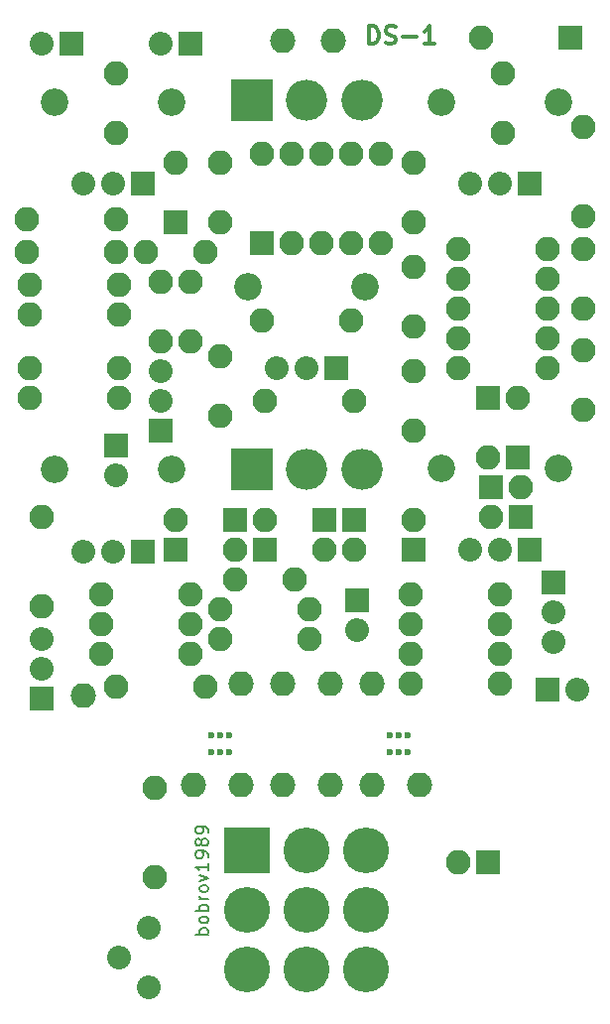
<source format=gbr>
G04 #@! TF.GenerationSoftware,KiCad,Pcbnew,(5.1.6-0-10_14)*
G04 #@! TF.CreationDate,2020-10-04T21:53:57+02:00*
G04 #@! TF.ProjectId,ds,64732e6b-6963-4616-945f-706362585858,rev?*
G04 #@! TF.SameCoordinates,Original*
G04 #@! TF.FileFunction,Soldermask,Top*
G04 #@! TF.FilePolarity,Negative*
%FSLAX46Y46*%
G04 Gerber Fmt 4.6, Leading zero omitted, Abs format (unit mm)*
G04 Created by KiCad (PCBNEW (5.1.6-0-10_14)) date 2020-10-04 21:53:57*
%MOMM*%
%LPD*%
G01*
G04 APERTURE LIST*
%ADD10C,0.300000*%
%ADD11C,0.150000*%
%ADD12R,2.100000X2.100000*%
%ADD13O,2.100000X2.100000*%
%ADD14C,0.600000*%
%ADD15O,2.350000X2.350000*%
%ADD16O,2.030400X2.030400*%
%ADD17R,2.030400X2.030400*%
%ADD18O,3.516000X3.516000*%
%ADD19R,3.516000X3.516000*%
%ADD20R,3.916000X3.916000*%
%ADD21O,3.916000X3.916000*%
%ADD22O,2.132000X2.132000*%
G04 APERTURE END LIST*
D10*
X86340500Y-64750071D02*
X86340500Y-63250071D01*
X86697642Y-63250071D01*
X86911928Y-63321500D01*
X87054785Y-63464357D01*
X87126214Y-63607214D01*
X87197642Y-63892928D01*
X87197642Y-64107214D01*
X87126214Y-64392928D01*
X87054785Y-64535785D01*
X86911928Y-64678642D01*
X86697642Y-64750071D01*
X86340500Y-64750071D01*
X87769071Y-64678642D02*
X87983357Y-64750071D01*
X88340500Y-64750071D01*
X88483357Y-64678642D01*
X88554785Y-64607214D01*
X88626214Y-64464357D01*
X88626214Y-64321500D01*
X88554785Y-64178642D01*
X88483357Y-64107214D01*
X88340500Y-64035785D01*
X88054785Y-63964357D01*
X87911928Y-63892928D01*
X87840500Y-63821500D01*
X87769071Y-63678642D01*
X87769071Y-63535785D01*
X87840500Y-63392928D01*
X87911928Y-63321500D01*
X88054785Y-63250071D01*
X88411928Y-63250071D01*
X88626214Y-63321500D01*
X89269071Y-64178642D02*
X90411928Y-64178642D01*
X91911928Y-64750071D02*
X91054785Y-64750071D01*
X91483357Y-64750071D02*
X91483357Y-63250071D01*
X91340500Y-63464357D01*
X91197642Y-63607214D01*
X91054785Y-63678642D01*
D11*
X72633619Y-140727333D02*
X71533619Y-140727333D01*
X71952666Y-140727333D02*
X71900285Y-140622571D01*
X71900285Y-140413047D01*
X71952666Y-140308285D01*
X72005047Y-140255904D01*
X72109809Y-140203523D01*
X72424095Y-140203523D01*
X72528857Y-140255904D01*
X72581238Y-140308285D01*
X72633619Y-140413047D01*
X72633619Y-140622571D01*
X72581238Y-140727333D01*
X72633619Y-139574952D02*
X72581238Y-139679714D01*
X72528857Y-139732095D01*
X72424095Y-139784476D01*
X72109809Y-139784476D01*
X72005047Y-139732095D01*
X71952666Y-139679714D01*
X71900285Y-139574952D01*
X71900285Y-139417809D01*
X71952666Y-139313047D01*
X72005047Y-139260666D01*
X72109809Y-139208285D01*
X72424095Y-139208285D01*
X72528857Y-139260666D01*
X72581238Y-139313047D01*
X72633619Y-139417809D01*
X72633619Y-139574952D01*
X72633619Y-138736857D02*
X71533619Y-138736857D01*
X71952666Y-138736857D02*
X71900285Y-138632095D01*
X71900285Y-138422571D01*
X71952666Y-138317809D01*
X72005047Y-138265428D01*
X72109809Y-138213047D01*
X72424095Y-138213047D01*
X72528857Y-138265428D01*
X72581238Y-138317809D01*
X72633619Y-138422571D01*
X72633619Y-138632095D01*
X72581238Y-138736857D01*
X72633619Y-137741619D02*
X71900285Y-137741619D01*
X72109809Y-137741619D02*
X72005047Y-137689238D01*
X71952666Y-137636857D01*
X71900285Y-137532095D01*
X71900285Y-137427333D01*
X72633619Y-136903523D02*
X72581238Y-137008285D01*
X72528857Y-137060666D01*
X72424095Y-137113047D01*
X72109809Y-137113047D01*
X72005047Y-137060666D01*
X71952666Y-137008285D01*
X71900285Y-136903523D01*
X71900285Y-136746380D01*
X71952666Y-136641619D01*
X72005047Y-136589238D01*
X72109809Y-136536857D01*
X72424095Y-136536857D01*
X72528857Y-136589238D01*
X72581238Y-136641619D01*
X72633619Y-136746380D01*
X72633619Y-136903523D01*
X71900285Y-136170190D02*
X72633619Y-135908285D01*
X71900285Y-135646380D01*
X72633619Y-134651142D02*
X72633619Y-135279714D01*
X72633619Y-134965428D02*
X71533619Y-134965428D01*
X71690761Y-135070190D01*
X71795523Y-135174952D01*
X71847904Y-135279714D01*
X72633619Y-134127333D02*
X72633619Y-133917809D01*
X72581238Y-133813047D01*
X72528857Y-133760666D01*
X72371714Y-133655904D01*
X72162190Y-133603523D01*
X71743142Y-133603523D01*
X71638380Y-133655904D01*
X71586000Y-133708285D01*
X71533619Y-133813047D01*
X71533619Y-134022571D01*
X71586000Y-134127333D01*
X71638380Y-134179714D01*
X71743142Y-134232095D01*
X72005047Y-134232095D01*
X72109809Y-134179714D01*
X72162190Y-134127333D01*
X72214571Y-134022571D01*
X72214571Y-133813047D01*
X72162190Y-133708285D01*
X72109809Y-133655904D01*
X72005047Y-133603523D01*
X72005047Y-132974952D02*
X71952666Y-133079714D01*
X71900285Y-133132095D01*
X71795523Y-133184476D01*
X71743142Y-133184476D01*
X71638380Y-133132095D01*
X71586000Y-133079714D01*
X71533619Y-132974952D01*
X71533619Y-132765428D01*
X71586000Y-132660666D01*
X71638380Y-132608285D01*
X71743142Y-132555904D01*
X71795523Y-132555904D01*
X71900285Y-132608285D01*
X71952666Y-132660666D01*
X72005047Y-132765428D01*
X72005047Y-132974952D01*
X72057428Y-133079714D01*
X72109809Y-133132095D01*
X72214571Y-133184476D01*
X72424095Y-133184476D01*
X72528857Y-133132095D01*
X72581238Y-133079714D01*
X72633619Y-132974952D01*
X72633619Y-132765428D01*
X72581238Y-132660666D01*
X72528857Y-132608285D01*
X72424095Y-132555904D01*
X72214571Y-132555904D01*
X72109809Y-132608285D01*
X72057428Y-132660666D01*
X72005047Y-132765428D01*
X72633619Y-132032095D02*
X72633619Y-131822571D01*
X72581238Y-131717809D01*
X72528857Y-131665428D01*
X72371714Y-131560666D01*
X72162190Y-131508285D01*
X71743142Y-131508285D01*
X71638380Y-131560666D01*
X71586000Y-131613047D01*
X71533619Y-131717809D01*
X71533619Y-131927333D01*
X71586000Y-132032095D01*
X71638380Y-132084476D01*
X71743142Y-132136857D01*
X72005047Y-132136857D01*
X72109809Y-132084476D01*
X72162190Y-132032095D01*
X72214571Y-131927333D01*
X72214571Y-131717809D01*
X72162190Y-131613047D01*
X72109809Y-131560666D01*
X72005047Y-131508285D01*
D12*
X103568500Y-64262000D03*
D13*
X95948500Y-64262000D03*
D14*
X74410000Y-125210000D03*
X72910000Y-125210000D03*
X72910000Y-123710000D03*
X74410000Y-123710000D03*
X73660000Y-125210000D03*
X73660000Y-123710000D03*
X89650000Y-125210000D03*
X88150000Y-125210000D03*
X88150000Y-123710000D03*
X89650000Y-123710000D03*
X88900000Y-125210000D03*
X88900000Y-123710000D03*
D13*
X93980000Y-134620000D03*
D12*
X96520000Y-134620000D03*
D15*
X69516000Y-101092000D03*
X59516000Y-101092000D03*
D16*
X61976000Y-108092000D03*
X64516000Y-108092000D03*
D17*
X67056000Y-108092000D03*
D15*
X102536000Y-100950000D03*
X92536000Y-100950000D03*
D16*
X94996000Y-107950000D03*
X97536000Y-107950000D03*
D17*
X100076000Y-107950000D03*
D13*
X77216000Y-74168000D03*
X79756000Y-74168000D03*
X82296000Y-74168000D03*
X84836000Y-74168000D03*
X84836000Y-81788000D03*
X82296000Y-81788000D03*
X79756000Y-81788000D03*
D12*
X77216000Y-81788000D03*
D18*
X85725000Y-101092000D03*
X81026000Y-101092000D03*
D19*
X76327000Y-101092000D03*
D18*
X85725000Y-69596000D03*
X81026000Y-69596000D03*
D19*
X76327000Y-69596000D03*
D20*
X75946000Y-133604000D03*
D21*
X75946000Y-138684000D03*
X75946000Y-143764000D03*
X81026000Y-133604000D03*
X81026000Y-138684000D03*
X81026000Y-143764000D03*
X86106000Y-133604000D03*
X86106000Y-138684000D03*
X86106000Y-143764000D03*
D15*
X69516000Y-69708000D03*
X59516000Y-69708000D03*
D16*
X61976000Y-76708000D03*
X64516000Y-76708000D03*
D17*
X67056000Y-76708000D03*
D15*
X102536000Y-69708000D03*
X92536000Y-69708000D03*
D16*
X94996000Y-76708000D03*
X97536000Y-76708000D03*
D17*
X100076000Y-76708000D03*
D15*
X86026000Y-85456000D03*
X76026000Y-85456000D03*
D16*
X78486000Y-92456000D03*
X81026000Y-92456000D03*
D17*
X83566000Y-92456000D03*
D13*
X97536000Y-119380000D03*
X89916000Y-119380000D03*
X97536000Y-116840000D03*
X89916000Y-116840000D03*
X97536000Y-114300000D03*
X89916000Y-114300000D03*
X97536000Y-111760000D03*
X89916000Y-111760000D03*
X93980000Y-87376000D03*
X101600000Y-87376000D03*
X104648000Y-71882000D03*
X104648000Y-79502000D03*
X93980000Y-82296000D03*
X101600000Y-82296000D03*
X101600000Y-92456000D03*
X93980000Y-92456000D03*
X93980000Y-84836000D03*
X101600000Y-84836000D03*
X101600000Y-89916000D03*
X93980000Y-89916000D03*
X87376000Y-81788000D03*
X87376000Y-74168000D03*
X77470000Y-95250000D03*
X85090000Y-95250000D03*
X68072000Y-135890000D03*
X68072000Y-128270000D03*
D16*
X67564000Y-140208000D03*
X65024000Y-142748000D03*
X67564000Y-145288000D03*
D13*
X77216000Y-88392000D03*
X84836000Y-88392000D03*
X64770000Y-82550000D03*
X57150000Y-82550000D03*
X65024000Y-85344000D03*
X57404000Y-85344000D03*
X58420000Y-105156000D03*
X58420000Y-112776000D03*
X64770000Y-79756000D03*
X57150000Y-79756000D03*
X65024000Y-92456000D03*
X57404000Y-92456000D03*
X65024000Y-94996000D03*
X57404000Y-94996000D03*
X65024000Y-87884000D03*
X57404000Y-87884000D03*
X71120000Y-111760000D03*
X63500000Y-111760000D03*
X63500000Y-114300000D03*
X71120000Y-114300000D03*
X63500000Y-116840000D03*
X71120000Y-116840000D03*
X64770000Y-119634000D03*
X72390000Y-119634000D03*
X73660000Y-113030000D03*
X81280000Y-113030000D03*
X81280000Y-115570000D03*
X73660000Y-115570000D03*
D17*
X102108000Y-110744000D03*
D16*
X102108000Y-113284000D03*
X102108000Y-115824000D03*
X68580000Y-92710000D03*
X68580000Y-95250000D03*
D17*
X68580000Y-97790000D03*
D16*
X58420000Y-115570000D03*
X58420000Y-118110000D03*
D17*
X58420000Y-120650000D03*
D22*
X83058000Y-119380000D03*
X86614000Y-119380000D03*
X78994000Y-128016000D03*
X86614000Y-128016000D03*
X71374000Y-128016000D03*
X90678000Y-128016000D03*
X83058000Y-128016000D03*
X75438000Y-128016000D03*
X78994000Y-119380000D03*
X61976000Y-120396000D03*
X78994000Y-64516000D03*
X83312000Y-64516000D03*
X75438000Y-119380000D03*
D13*
X96774000Y-105156000D03*
D12*
X99314000Y-105156000D03*
X90170000Y-107950000D03*
D13*
X85090000Y-107950000D03*
D12*
X99060000Y-100076000D03*
D13*
X99060000Y-94996000D03*
X99314000Y-102616000D03*
D12*
X96774000Y-102616000D03*
X85090000Y-105410000D03*
D13*
X90170000Y-105410000D03*
D12*
X96520000Y-94996000D03*
D13*
X96520000Y-100076000D03*
D12*
X77470000Y-107950000D03*
D13*
X82550000Y-107950000D03*
D12*
X82550000Y-105410000D03*
D13*
X77470000Y-105410000D03*
D12*
X69850000Y-107950000D03*
D13*
X74930000Y-107950000D03*
D12*
X74930000Y-105410000D03*
D13*
X69850000Y-105410000D03*
D12*
X69850000Y-80010000D03*
D13*
X69850000Y-74930000D03*
D16*
X104140000Y-119888000D03*
D17*
X101600000Y-119888000D03*
D16*
X85344000Y-114808000D03*
D17*
X85344000Y-112268000D03*
D13*
X104648000Y-82296000D03*
X104648000Y-87376000D03*
X104648000Y-90932000D03*
X104648000Y-96012000D03*
X90170000Y-92710000D03*
X90170000Y-97790000D03*
X90170000Y-88900000D03*
X90170000Y-83820000D03*
X90170000Y-74930000D03*
X90170000Y-80010000D03*
D16*
X64770000Y-101600000D03*
D17*
X64770000Y-99060000D03*
D13*
X64770000Y-67310000D03*
X64770000Y-72390000D03*
X97790000Y-67310000D03*
X97790000Y-72390000D03*
X73660000Y-74930000D03*
X73660000Y-80010000D03*
X72390000Y-82550000D03*
X67310000Y-82550000D03*
X73660000Y-96520000D03*
X73660000Y-91440000D03*
X71120000Y-85090000D03*
X71120000Y-90170000D03*
X68580000Y-90170000D03*
X68580000Y-85090000D03*
D16*
X58420000Y-64770000D03*
D17*
X60960000Y-64770000D03*
D13*
X80010000Y-110490000D03*
X74930000Y-110490000D03*
D16*
X68580000Y-64770000D03*
D17*
X71120000Y-64770000D03*
M02*

</source>
